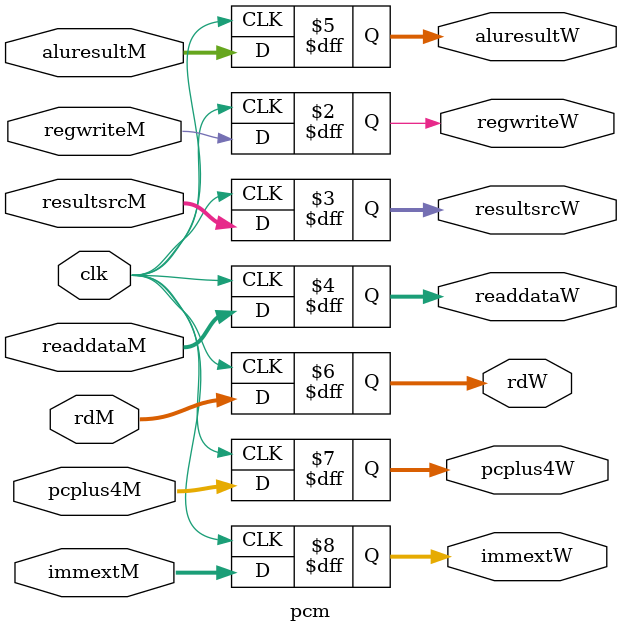
<source format=sv>
module pcm #(
    parameter WIDTH = 32
)(

    input logic clk,
    //input logic rst,


    //Control
    input logic regwriteM,
    input logic [1:0] resultsrcM,

    output logic regwriteW,
    output logic [1:0] resultsrcW,

    //Data
    input logic [WIDTH - 1:0] readdataM,
    input logic [WIDTH - 1:0] aluresultM,
    input logic [4:0] rdM,
    input logic [WIDTH - 1:0] pcplus4M,
    input logic [WIDTH-1:0] immextM,

    output logic [WIDTH - 1:0] readdataW,
    output logic [WIDTH - 1:0] aluresultW,
    output logic [4:0] rdW,
    output logic [WIDTH - 1:0] pcplus4W,
    output logic [WIDTH-1:0] immextW

);

always_ff @(posedge clk) begin

    //control
    regwriteW <= regwriteM;
    resultsrcW <= resultsrcM;

    //data
    readdataW <= readdataM;
    aluresultW <= aluresultM;
    rdW <= rdM;
    pcplus4W <= pcplus4M;
    immextW <= immextM;
    
end

endmodule

</source>
